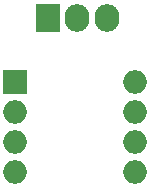
<source format=gbr>
G04 #@! TF.GenerationSoftware,KiCad,Pcbnew,(5.0.0-3-g5ebb6b6)*
G04 #@! TF.CreationDate,2018-10-06T16:58:55+02:00*
G04 #@! TF.ProjectId,tt_photometer,74745F70686F746F6D657465722E6B69,rev?*
G04 #@! TF.SameCoordinates,Original*
G04 #@! TF.FileFunction,Soldermask,Top*
G04 #@! TF.FilePolarity,Negative*
%FSLAX46Y46*%
G04 Gerber Fmt 4.6, Leading zero omitted, Abs format (unit mm)*
G04 Created by KiCad (PCBNEW (5.0.0-3-g5ebb6b6)) date Saturday, 06. October 2018 um 16:58:55*
%MOMM*%
%LPD*%
G01*
G04 APERTURE LIST*
%ADD10R,2.100000X2.350000*%
%ADD11O,2.100000X2.350000*%
%ADD12R,2.000000X2.000000*%
%ADD13O,2.000000X2.000000*%
G04 APERTURE END LIST*
D10*
G04 #@! TO.C,J1*
X156210000Y-72390000D03*
D11*
X158710000Y-72390000D03*
X161210000Y-72390000D03*
G04 #@! TD*
D12*
G04 #@! TO.C,U1*
X153475001Y-77775001D03*
D13*
X163635001Y-85395001D03*
X153475001Y-80315001D03*
X163635001Y-82855001D03*
X153475001Y-82855001D03*
X163635001Y-80315001D03*
X153475001Y-85395001D03*
X163635001Y-77775001D03*
G04 #@! TD*
M02*

</source>
